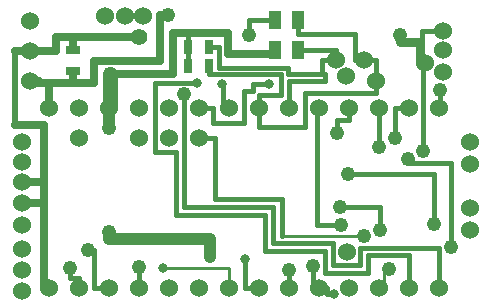
<source format=gbr>
%FSLAX35Y35*%
%MOIN*%
G04 EasyPC Gerber Version 18.0.8 Build 3632 *
%ADD18R,0.03150X0.04724*%
%ADD16R,0.03937X0.05906*%
%ADD17R,0.03937X0.06102*%
%ADD21C,0.01000*%
%ADD70C,0.01500*%
%ADD27C,0.02165*%
%ADD25C,0.02500*%
%ADD22C,0.03000*%
%ADD20C,0.03200*%
%ADD24C,0.04000*%
%ADD71C,0.04800*%
%ADD26C,0.05000*%
%ADD23C,0.05600*%
%ADD14C,0.06000*%
%ADD15C,0.06000*%
%ADD19R,0.04724X0.03150*%
X0Y0D02*
D02*
D14*
X4868Y26209D03*
X4993Y4244D03*
Y11108D03*
Y17972D03*
Y33323D03*
Y40437D03*
Y47051D03*
Y53791D03*
X7489Y74243D03*
Y84243D03*
Y94243D03*
X32699Y95724D03*
X39189D03*
X45304D03*
X109702Y81247D03*
X112947Y75756D03*
X113322Y17098D03*
X118938Y80998D03*
X123056Y74009D03*
X139156Y79999D03*
X145146Y90857D03*
X145396Y77254D03*
Y84617D03*
X154382Y24587D03*
Y31950D03*
Y46427D03*
Y53666D03*
D02*
D15*
X14043Y5169D03*
Y65169D03*
X24043Y5169D03*
Y55169D03*
Y65169D03*
X34043Y5169D03*
Y65169D03*
X44043Y5169D03*
Y55169D03*
Y65169D03*
X54043Y5169D03*
Y55169D03*
Y65169D03*
X64043Y5169D03*
Y55169D03*
Y65169D03*
X74043Y5169D03*
Y65169D03*
X84043Y5169D03*
Y65169D03*
X94043Y5169D03*
Y65169D03*
X104043Y5169D03*
Y65169D03*
X114043Y5169D03*
Y65169D03*
X124043Y5169D03*
Y65169D03*
X134043Y5169D03*
Y65169D03*
X144043Y5169D03*
Y65169D03*
D02*
D16*
X96972Y84492D03*
Y94335D03*
D02*
D17*
X89098Y84492D03*
Y94335D03*
D02*
D18*
X60231Y79001D03*
Y85615D03*
X67318Y79001D03*
Y85615D03*
D02*
D19*
X22091Y77330D03*
Y84416D03*
D02*
D70*
X24043Y5169D02*
Y8487D01*
X21092*
Y11857*
X34043Y5169D02*
X28955D01*
Y17847*
X26958*
X34321Y65169D02*
X34043D01*
X44043Y5169D02*
Y12231D01*
X59032Y69641D02*
Y32200D01*
X88486*
Y20094*
X108454*
Y12730*
X117690*
Y18471*
X144023*
X144043Y12730*
Y5169*
X60231Y79001D02*
Y85615D01*
Y89983*
X62776*
X71637Y73010D02*
X71887D01*
Y65169*
X74043*
X79274Y14921D02*
Y5169D01*
X84043*
Y65169D02*
Y58783D01*
X99219*
Y70015*
X123056*
Y74009*
X84043Y65169D02*
Y69335D01*
X91107*
Y76380*
X67318*
Y79001*
X87363Y73010D02*
X82043D01*
Y70669*
X79043*
Y60169*
X68543*
Y65169*
X64043*
X89098Y84492D02*
Y83119D01*
Y94335D02*
X80623D01*
Y89484*
X80748*
X91481Y22340D02*
Y34696D01*
X69266*
Y55169*
X64043*
X94043Y5169D02*
Y11108D01*
X93977*
X94043Y65169D02*
Y74009D01*
X106043*
Y76380*
X104835*
X96972Y84492D02*
X109702D01*
Y81247*
X96972Y94335D02*
Y89859D01*
X116067*
Y80998*
X118938*
X104043Y5169D02*
X106582D01*
Y2996*
X109078*
X104043Y5169D02*
Y5117D01*
X101840*
Y12481*
X104835Y76380D02*
X93728D01*
Y78626*
X70514*
Y85615*
X67318*
X109702Y81247D02*
X104835D01*
Y76380*
X110826Y32075D02*
X124429D01*
Y24337*
X111325Y26084D02*
X103213D01*
Y65169*
X104043*
X113571Y43113D02*
X142401D01*
Y26383*
X114043Y65169D02*
Y61029D01*
X110077*
Y56911*
X123056Y74009D02*
Y80998D01*
X118938*
X124055Y52168D02*
X124043D01*
Y65169*
X129421Y55288D02*
Y65169D01*
X134043*
Y5169D02*
Y15975D01*
X120311*
Y10234*
X106083*
Y17348*
X85990*
Y29454*
X56287*
Y50421*
X49298*
Y73329*
X63424*
X138532Y50920D02*
Y79999D01*
X139156*
X144043Y65169D02*
Y67519D01*
X144398*
Y71263*
X145146Y90857D02*
X138282D01*
Y80169*
X148017Y18970D02*
Y46802D01*
X133540*
Y48174*
D02*
D71*
X21092Y11857D03*
X26958Y17847D03*
X34043Y58408D03*
X34096Y23782D03*
X34321Y76505D03*
X44043Y12231D03*
X53541Y95974D03*
X59032Y69641D03*
X80748Y89484D03*
X93977Y11108D03*
X101840Y12481D03*
X110077Y56911D03*
X110826Y32075D03*
X111325Y26084D03*
X113571Y43113D03*
X118938Y22340D03*
X124055Y52168D03*
X124429Y24337D03*
X127424Y11482D03*
X129421Y55288D03*
X130794Y89359D03*
X133540Y48174D03*
X138532Y50920D03*
X142401Y26383D03*
X144398Y71263D03*
X148017Y18970D03*
D02*
D20*
X51907Y11857D03*
X63424Y73329D03*
X71637Y73010D03*
X79274Y14921D03*
X87363Y73010D03*
X109078Y2996D03*
D02*
D21*
X51907Y11857D02*
X74043D01*
Y5169*
X118938Y22340D02*
X91481D01*
X124043Y5169D02*
X125677D01*
Y11482*
X127424*
D02*
D22*
X67668Y15420D03*
X138282Y80169D02*
X137543D01*
Y87169*
X130794*
Y89359*
X139156Y79999D02*
X138657D01*
Y80169*
X138282*
D02*
D23*
X44043Y88735D03*
D02*
D24*
X34043Y65169D02*
Y58408D01*
X34096Y23782D02*
Y21591D01*
X67668*
Y15420*
D02*
D25*
X2746Y59531D02*
X12356D01*
Y39438*
X4993Y33323D02*
X12356D01*
X4993Y40437D02*
X12356D01*
Y39438*
X7489Y74243D02*
X10733D01*
Y73494*
X14043*
X7489Y84243D02*
X2746D01*
X12356Y33323D02*
Y5169D01*
X14043*
X12356Y39438D02*
Y33323D01*
X14043Y65169D02*
Y73494D01*
X16599*
Y73385*
X24087*
X22091*
Y77330*
X24087Y73385D02*
X29080D01*
Y80873*
X50795*
Y95974*
X53541*
X24087Y88735D02*
X16100D01*
Y84243*
X7489*
X24087Y88735D02*
X22091D01*
Y84416*
X24087Y88735D02*
X44043D01*
X62776Y89983D02*
X55163D01*
Y76505*
X34321*
X89098Y83119D02*
X73509D01*
Y89983*
X62776*
D02*
D26*
X34321Y76505D02*
Y65169D01*
D02*
D27*
X2746Y84243D02*
Y59531D01*
X0Y0D02*
M02*

</source>
